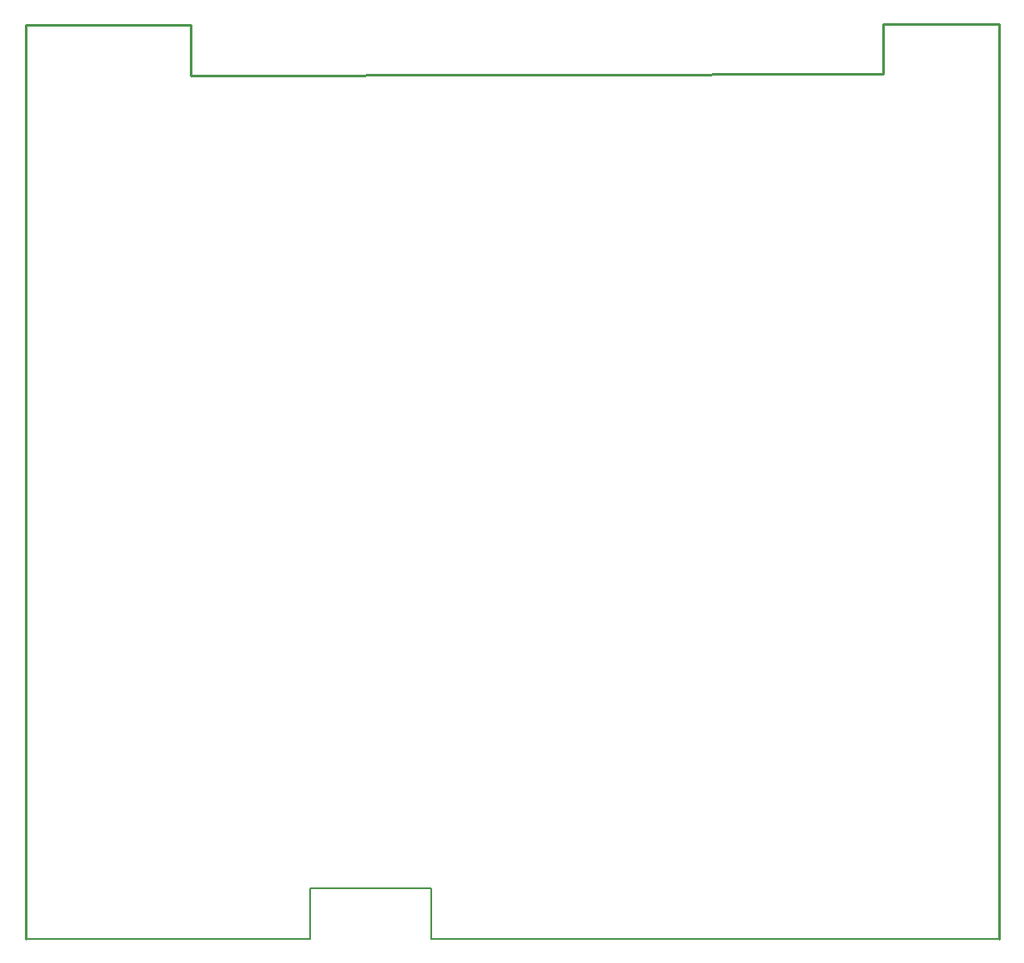
<source format=gm1>
G04*
G04 #@! TF.GenerationSoftware,Altium Limited,Altium Designer,21.8.1 (53)*
G04*
G04 Layer_Color=16711935*
%FSLAX25Y25*%
%MOIN*%
G70*
G04*
G04 #@! TF.SameCoordinates,1DA8EEA3-8410-44CE-929F-920E368E6BCF*
G04*
G04*
G04 #@! TF.FilePolarity,Positive*
G04*
G01*
G75*
%ADD16C,0.01000*%
%ADD19C,0.00800*%
D16*
X377559Y0D02*
Y59055D01*
X63976Y335039D02*
Y354724D01*
X377559Y59055D02*
X377559Y355000D01*
X0Y354724D02*
X63976D01*
X332677Y355000D02*
X377559Y355000D01*
X63976Y335039D02*
X332677Y335615D01*
Y355000D01*
X0Y0D02*
Y354724D01*
X377559Y0D02*
Y59055D01*
X63976Y335039D02*
Y354724D01*
X377559Y59055D02*
X377559Y355000D01*
X0Y354724D02*
X63976D01*
X332677Y355000D02*
X377559Y355000D01*
X63976Y335039D02*
X332677Y335615D01*
Y355000D01*
X0Y0D02*
Y354724D01*
D19*
X157480Y0D02*
X377559D01*
X0D02*
X110236D01*
X157480D02*
Y19685D01*
X110236D02*
X157480D01*
X110236Y0D02*
Y19685D01*
X157480Y0D02*
X377559D01*
X0D02*
X110236D01*
X157480D02*
Y19685D01*
X110236D02*
X157480D01*
X110236Y0D02*
Y19685D01*
M02*

</source>
